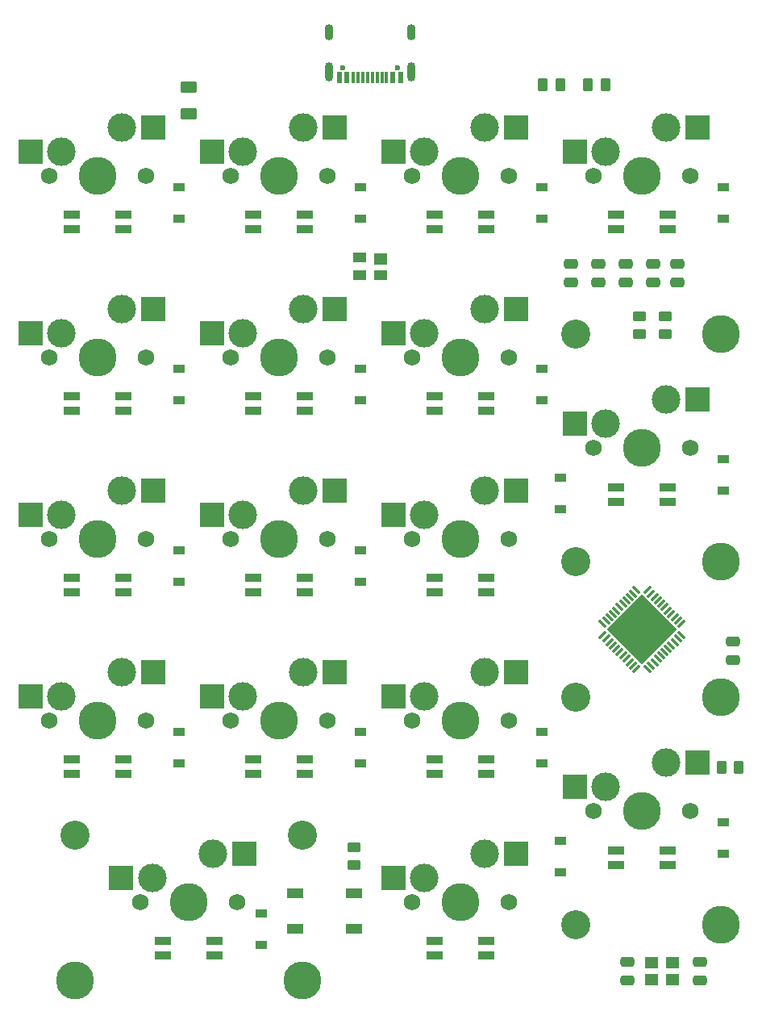
<source format=gbs>
G04 #@! TF.GenerationSoftware,KiCad,Pcbnew,(6.0.1)*
G04 #@! TF.CreationDate,2022-02-22T23:39:04+09:00*
G04 #@! TF.ProjectId,SkeletonNumPad,536b656c-6574-46f6-9e4e-756d5061642e,rev?*
G04 #@! TF.SameCoordinates,Original*
G04 #@! TF.FileFunction,Soldermask,Bot*
G04 #@! TF.FilePolarity,Negative*
%FSLAX46Y46*%
G04 Gerber Fmt 4.6, Leading zero omitted, Abs format (unit mm)*
G04 Created by KiCad (PCBNEW (6.0.1)) date 2022-02-22 23:39:04*
%MOMM*%
%LPD*%
G01*
G04 APERTURE LIST*
G04 Aperture macros list*
%AMRoundRect*
0 Rectangle with rounded corners*
0 $1 Rounding radius*
0 $2 $3 $4 $5 $6 $7 $8 $9 X,Y pos of 4 corners*
0 Add a 4 corners polygon primitive as box body*
4,1,4,$2,$3,$4,$5,$6,$7,$8,$9,$2,$3,0*
0 Add four circle primitives for the rounded corners*
1,1,$1+$1,$2,$3*
1,1,$1+$1,$4,$5*
1,1,$1+$1,$6,$7*
1,1,$1+$1,$8,$9*
0 Add four rect primitives between the rounded corners*
20,1,$1+$1,$2,$3,$4,$5,0*
20,1,$1+$1,$4,$5,$6,$7,0*
20,1,$1+$1,$6,$7,$8,$9,0*
20,1,$1+$1,$8,$9,$2,$3,0*%
%AMRotRect*
0 Rectangle, with rotation*
0 The origin of the aperture is its center*
0 $1 length*
0 $2 width*
0 $3 Rotation angle, in degrees counterclockwise*
0 Add horizontal line*
21,1,$1,$2,0,0,$3*%
G04 Aperture macros list end*
%ADD10C,0.600000*%
%ADD11R,0.600000X1.160000*%
%ADD12R,0.300000X1.160000*%
%ADD13O,0.900000X2.000000*%
%ADD14O,0.900000X1.700000*%
%ADD15R,1.200000X0.900000*%
%ADD16RoundRect,0.250000X-0.625000X0.375000X-0.625000X-0.375000X0.625000X-0.375000X0.625000X0.375000X0*%
%ADD17C,1.750000*%
%ADD18C,3.000000*%
%ADD19C,3.987800*%
%ADD20R,2.550000X2.500000*%
%ADD21R,1.700000X0.820000*%
%ADD22RoundRect,0.250000X0.475000X-0.250000X0.475000X0.250000X-0.475000X0.250000X-0.475000X-0.250000X0*%
%ADD23RoundRect,0.250000X-0.262500X-0.450000X0.262500X-0.450000X0.262500X0.450000X-0.262500X0.450000X0*%
%ADD24RoundRect,0.250000X-0.475000X0.250000X-0.475000X-0.250000X0.475000X-0.250000X0.475000X0.250000X0*%
%ADD25R,1.800000X1.100000*%
%ADD26RoundRect,0.250000X-0.450000X0.262500X-0.450000X-0.262500X0.450000X-0.262500X0.450000X0.262500X0*%
%ADD27C,3.048000*%
%ADD28R,1.400000X1.200000*%
%ADD29R,1.400000X1.000000*%
%ADD30RoundRect,0.062500X-0.291682X-0.380070X0.380070X0.291682X0.291682X0.380070X-0.380070X-0.291682X0*%
%ADD31RoundRect,0.062500X0.291682X-0.380070X0.380070X-0.291682X-0.291682X0.380070X-0.380070X0.291682X0*%
%ADD32RotRect,5.200000X5.200000X45.000000*%
%ADD33RoundRect,0.250000X0.450000X-0.262500X0.450000X0.262500X-0.450000X0.262500X-0.450000X-0.262500X0*%
G04 APERTURE END LIST*
D10*
X136240000Y-36265000D03*
X130460000Y-36265000D03*
D11*
X130150000Y-37325000D03*
X130950000Y-37325000D03*
D12*
X132100000Y-37325000D03*
X133100000Y-37325000D03*
X133600000Y-37325000D03*
X134600000Y-37325000D03*
D11*
X135750000Y-37325000D03*
X136550000Y-37325000D03*
X136550000Y-37325000D03*
X135750000Y-37325000D03*
D12*
X135100000Y-37325000D03*
X134100000Y-37325000D03*
X132600000Y-37325000D03*
X131600000Y-37325000D03*
D11*
X130950000Y-37325000D03*
X130150000Y-37325000D03*
D13*
X129030000Y-36745000D03*
D14*
X137670000Y-32575000D03*
D13*
X137670000Y-36745000D03*
D14*
X129030000Y-32575000D03*
D15*
X151447500Y-71182500D03*
X151447500Y-67882500D03*
D16*
X114350000Y-38370000D03*
X114350000Y-41170000D03*
D17*
X147955000Y-123825000D03*
D18*
X145415000Y-118745000D03*
D19*
X142875000Y-123825000D03*
D17*
X137795000Y-123825000D03*
D18*
X139065000Y-121285000D03*
D20*
X135790000Y-121285000D03*
X148717000Y-118745000D03*
D15*
X132397500Y-90232500D03*
X132397500Y-86932500D03*
X151447500Y-52132500D03*
X151447500Y-48832500D03*
D21*
X107475000Y-72300000D03*
X107475000Y-70800000D03*
X102075000Y-70800000D03*
X102075000Y-72300000D03*
D15*
X121920000Y-128332500D03*
X121920000Y-125032500D03*
D22*
X163057500Y-58800000D03*
X163057500Y-56900000D03*
D23*
X156250000Y-38100000D03*
X158075000Y-38100000D03*
D24*
X160347500Y-130140000D03*
X160347500Y-132040000D03*
D15*
X113347500Y-90232500D03*
X113347500Y-86932500D03*
D21*
X111600000Y-127950000D03*
X111600000Y-129450000D03*
X117000000Y-129450000D03*
X117000000Y-127950000D03*
D15*
X132397500Y-52132500D03*
X132397500Y-48832500D03*
D21*
X140175000Y-127950000D03*
X140175000Y-129450000D03*
X145575000Y-129450000D03*
X145575000Y-127950000D03*
D18*
X107315000Y-61595000D03*
D19*
X104775000Y-66675000D03*
D17*
X109855000Y-66675000D03*
X99695000Y-66675000D03*
D18*
X100965000Y-64135000D03*
D20*
X97690000Y-64135000D03*
X110617000Y-61595000D03*
D23*
X170277500Y-109720000D03*
X172102500Y-109720000D03*
D18*
X120015000Y-45085000D03*
D17*
X128905000Y-47625000D03*
X118745000Y-47625000D03*
D19*
X123825000Y-47625000D03*
D18*
X126365000Y-42545000D03*
D20*
X116740000Y-45085000D03*
X129667000Y-42545000D03*
D15*
X132397500Y-71182500D03*
X132397500Y-67882500D03*
D23*
X151487500Y-38100000D03*
X153312500Y-38100000D03*
D21*
X140175000Y-89850000D03*
X140175000Y-91350000D03*
X145575000Y-91350000D03*
X145575000Y-89850000D03*
D15*
X113347500Y-52132500D03*
X113347500Y-48832500D03*
D21*
X102075000Y-51750000D03*
X102075000Y-53250000D03*
X107475000Y-53250000D03*
X107475000Y-51750000D03*
D25*
X125487500Y-122927500D03*
X131687500Y-122927500D03*
X131687500Y-126627500D03*
X125487500Y-126627500D03*
D18*
X158115000Y-45085000D03*
D17*
X156845000Y-47625000D03*
D19*
X161925000Y-47625000D03*
D18*
X164465000Y-42545000D03*
D17*
X167005000Y-47625000D03*
D20*
X154840000Y-45085000D03*
X167767000Y-42545000D03*
D17*
X118745000Y-66675000D03*
D18*
X120015000Y-64135000D03*
X126365000Y-61595000D03*
D17*
X128905000Y-66675000D03*
D19*
X123825000Y-66675000D03*
D20*
X116740000Y-64135000D03*
X129667000Y-61595000D03*
D22*
X157342500Y-58800000D03*
X157342500Y-56900000D03*
D21*
X140175000Y-51750000D03*
X140175000Y-53250000D03*
X145575000Y-53250000D03*
X145575000Y-51750000D03*
D18*
X145415000Y-99695000D03*
D17*
X147955000Y-104775000D03*
X137795000Y-104775000D03*
D19*
X142875000Y-104775000D03*
D18*
X139065000Y-102235000D03*
D20*
X135790000Y-102235000D03*
X148717000Y-99695000D03*
D26*
X164390000Y-62417500D03*
X164390000Y-64242500D03*
D21*
X159225000Y-51750000D03*
X159225000Y-53250000D03*
X164625000Y-53250000D03*
X164625000Y-51750000D03*
D15*
X170497500Y-80707500D03*
X170497500Y-77407500D03*
D21*
X164625000Y-119925000D03*
X164625000Y-118425000D03*
X159225000Y-118425000D03*
X159225000Y-119925000D03*
D15*
X113347500Y-71182500D03*
X113347500Y-67882500D03*
D18*
X158115000Y-111760000D03*
D19*
X170180000Y-126238000D03*
X161925000Y-114300000D03*
X170180000Y-102362000D03*
D17*
X156845000Y-114300000D03*
D27*
X154940000Y-102362000D03*
D17*
X167005000Y-114300000D03*
D18*
X164465000Y-109220000D03*
D27*
X154940000Y-126238000D03*
D20*
X154840000Y-111760000D03*
X167767000Y-109220000D03*
D15*
X153352500Y-120712500D03*
X153352500Y-117412500D03*
D19*
X123825000Y-104775000D03*
D17*
X128905000Y-104775000D03*
D18*
X126365000Y-99695000D03*
D17*
X118745000Y-104775000D03*
D18*
X120015000Y-102235000D03*
D20*
X116740000Y-102235000D03*
X129667000Y-99695000D03*
D15*
X170497500Y-118807500D03*
X170497500Y-115507500D03*
D22*
X171510000Y-98420000D03*
X171510000Y-96520000D03*
D28*
X134450000Y-56380000D03*
D29*
X134450000Y-58100000D03*
X132250000Y-58100000D03*
X132250000Y-56200000D03*
D17*
X99695000Y-85725000D03*
D18*
X107315000Y-80645000D03*
D19*
X104775000Y-85725000D03*
D18*
X100965000Y-83185000D03*
D17*
X109855000Y-85725000D03*
D20*
X97690000Y-83185000D03*
X110617000Y-80645000D03*
D22*
X165646800Y-58800000D03*
X165646800Y-56900000D03*
D18*
X139065000Y-83185000D03*
X145415000Y-80645000D03*
D17*
X137795000Y-85725000D03*
D19*
X142875000Y-85725000D03*
D17*
X147955000Y-85725000D03*
D20*
X135790000Y-83185000D03*
X148717000Y-80645000D03*
D21*
X145575000Y-110400000D03*
X145575000Y-108900000D03*
X140175000Y-108900000D03*
X140175000Y-110400000D03*
D17*
X99695000Y-47625000D03*
D18*
X100965000Y-45085000D03*
D19*
X104775000Y-47625000D03*
D18*
X107315000Y-42545000D03*
D17*
X109855000Y-47625000D03*
D20*
X97690000Y-45085000D03*
X110617000Y-42545000D03*
D30*
X161332798Y-99377736D03*
X160979245Y-99024182D03*
X160625691Y-98670629D03*
X160272138Y-98317076D03*
X159918585Y-97963522D03*
X159565031Y-97609969D03*
X159211478Y-97256415D03*
X158857924Y-96902862D03*
X158504371Y-96549309D03*
X158150818Y-96195755D03*
X157797264Y-95842202D03*
D31*
X157797264Y-94657798D03*
X158150818Y-94304245D03*
X158504371Y-93950691D03*
X158857924Y-93597138D03*
X159211478Y-93243585D03*
X159565031Y-92890031D03*
X159918585Y-92536478D03*
X160272138Y-92182924D03*
X160625691Y-91829371D03*
X160979245Y-91475818D03*
X161332798Y-91122264D03*
D30*
X162517202Y-91122264D03*
X162870755Y-91475818D03*
X163224309Y-91829371D03*
X163577862Y-92182924D03*
X163931415Y-92536478D03*
X164284969Y-92890031D03*
X164638522Y-93243585D03*
X164992076Y-93597138D03*
X165345629Y-93950691D03*
X165699182Y-94304245D03*
X166052736Y-94657798D03*
D31*
X166052736Y-95842202D03*
X165699182Y-96195755D03*
X165345629Y-96549309D03*
X164992076Y-96902862D03*
X164638522Y-97256415D03*
X164284969Y-97609969D03*
X163931415Y-97963522D03*
X163577862Y-98317076D03*
X163224309Y-98670629D03*
X162870755Y-99024182D03*
X162517202Y-99377736D03*
D32*
X161925000Y-95250000D03*
D15*
X113347500Y-109282500D03*
X113347500Y-105982500D03*
D22*
X167967500Y-132040000D03*
X167967500Y-130140000D03*
D18*
X164465000Y-71120000D03*
D27*
X154940000Y-64262000D03*
D17*
X156845000Y-76200000D03*
D18*
X158115000Y-73660000D03*
D19*
X170180000Y-64262000D03*
D17*
X167005000Y-76200000D03*
D19*
X170180000Y-88138000D03*
X161925000Y-76200000D03*
D27*
X154940000Y-88138000D03*
D20*
X154840000Y-73660000D03*
X167767000Y-71120000D03*
D18*
X126365000Y-80645000D03*
D17*
X118745000Y-85725000D03*
D18*
X120015000Y-83185000D03*
D17*
X128905000Y-85725000D03*
D19*
X123825000Y-85725000D03*
D20*
X116740000Y-83185000D03*
X129667000Y-80645000D03*
D15*
X170497500Y-52132500D03*
X170497500Y-48832500D03*
D22*
X154485000Y-58800000D03*
X154485000Y-56900000D03*
D15*
X151447500Y-109282500D03*
X151447500Y-105982500D03*
D21*
X102075000Y-89850000D03*
X102075000Y-91350000D03*
X107475000Y-91350000D03*
X107475000Y-89850000D03*
D18*
X145415000Y-61595000D03*
D17*
X147955000Y-66675000D03*
X137795000Y-66675000D03*
D19*
X142875000Y-66675000D03*
D18*
X139065000Y-64135000D03*
D20*
X135790000Y-64135000D03*
X148717000Y-61595000D03*
D28*
X165110000Y-131940000D03*
X162910000Y-131940000D03*
X162910000Y-130240000D03*
X165110000Y-130240000D03*
D21*
X126525000Y-110400000D03*
X126525000Y-108900000D03*
X121125000Y-108900000D03*
X121125000Y-110400000D03*
D15*
X132397500Y-109282500D03*
X132397500Y-105982500D03*
D21*
X164625000Y-81825000D03*
X164625000Y-80325000D03*
X159225000Y-80325000D03*
X159225000Y-81825000D03*
D15*
X153352500Y-82612500D03*
X153352500Y-79312500D03*
D22*
X160200000Y-58800000D03*
X160200000Y-56900000D03*
D19*
X102362000Y-132080000D03*
X114300000Y-123825000D03*
D27*
X102362000Y-116840000D03*
X126238000Y-116840000D03*
D17*
X119380000Y-123825000D03*
D19*
X126238000Y-132080000D03*
D18*
X116840000Y-118745000D03*
D17*
X109220000Y-123825000D03*
D18*
X110490000Y-121285000D03*
D20*
X107215000Y-121285000D03*
X120142000Y-118745000D03*
D17*
X99695000Y-104775000D03*
X109855000Y-104775000D03*
D19*
X104775000Y-104775000D03*
D18*
X100965000Y-102235000D03*
X107315000Y-99695000D03*
D20*
X97690000Y-102235000D03*
X110617000Y-99695000D03*
D21*
X121125000Y-51750000D03*
X121125000Y-53250000D03*
X126525000Y-53250000D03*
X126525000Y-51750000D03*
D33*
X131720000Y-119922500D03*
X131720000Y-118097500D03*
D26*
X161610000Y-62417500D03*
X161610000Y-64242500D03*
D21*
X126525000Y-72300000D03*
X126525000Y-70800000D03*
X121125000Y-70800000D03*
X121125000Y-72300000D03*
D18*
X139065000Y-45085000D03*
D19*
X142875000Y-47625000D03*
D17*
X137795000Y-47625000D03*
X147955000Y-47625000D03*
D18*
X145415000Y-42545000D03*
D20*
X135790000Y-45085000D03*
X148717000Y-42545000D03*
D21*
X107475000Y-110400000D03*
X107475000Y-108900000D03*
X102075000Y-108900000D03*
X102075000Y-110400000D03*
X121125000Y-89850000D03*
X121125000Y-91350000D03*
X126525000Y-91350000D03*
X126525000Y-89850000D03*
X145575000Y-72300000D03*
X145575000Y-70800000D03*
X140175000Y-70800000D03*
X140175000Y-72300000D03*
M02*

</source>
